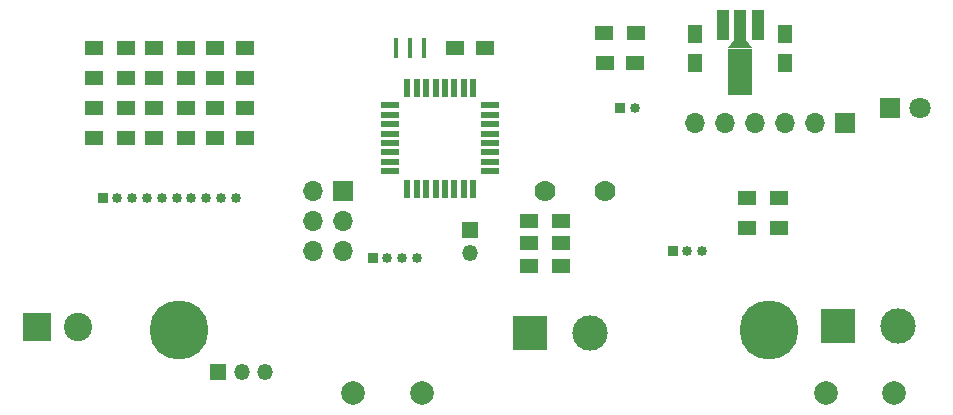
<source format=gts>
G04 #@! TF.FileFunction,Soldermask,Top*
%FSLAX46Y46*%
G04 Gerber Fmt 4.6, Leading zero omitted, Abs format (unit mm)*
G04 Created by KiCad (PCBNEW 4.0.7) date 08/24/19 10:44:38*
%MOMM*%
%LPD*%
G01*
G04 APERTURE LIST*
%ADD10C,0.100000*%
%ADD11R,0.850000X0.850000*%
%ADD12C,0.850000*%
%ADD13C,2.000000*%
%ADD14C,5.000000*%
%ADD15R,1.350000X1.350000*%
%ADD16O,1.350000X1.350000*%
%ADD17R,1.700000X1.700000*%
%ADD18O,1.700000X1.700000*%
%ADD19R,3.000000X3.000000*%
%ADD20C,3.000000*%
%ADD21R,2.400000X2.400000*%
%ADD22C,2.400000*%
%ADD23R,1.250000X1.500000*%
%ADD24R,1.500000X1.250000*%
%ADD25R,1.500000X1.300000*%
%ADD26R,0.400000X1.800000*%
%ADD27R,1.800000X1.800000*%
%ADD28C,1.800000*%
%ADD29C,1.778000*%
%ADD30R,1.000000X2.500000*%
%ADD31R,2.000000X4.000000*%
%ADD32R,0.550000X1.600000*%
%ADD33R,1.600000X0.550000*%
G04 APERTURE END LIST*
D10*
D11*
X139573000Y-103505000D03*
D12*
X140823000Y-103505000D03*
X142073000Y-103505000D03*
X143323000Y-103505000D03*
X144573000Y-103505000D03*
X145823000Y-103505000D03*
X147073000Y-103505000D03*
X148323000Y-103505000D03*
X149573000Y-103505000D03*
X150823000Y-103505000D03*
D13*
X166603000Y-120015000D03*
X160803000Y-120015000D03*
X200808000Y-120015000D03*
X206608000Y-120015000D03*
D11*
X183388000Y-95885000D03*
D12*
X184638000Y-95885000D03*
D14*
X145998000Y-114619000D03*
D15*
X149352000Y-118237000D03*
D16*
X151352000Y-118237000D03*
X153352000Y-118237000D03*
D17*
X159893000Y-102870000D03*
D18*
X157353000Y-102870000D03*
X159893000Y-105410000D03*
X157353000Y-105410000D03*
X159893000Y-107950000D03*
X157353000Y-107950000D03*
D19*
X175768000Y-114935000D03*
D20*
X180848000Y-114935000D03*
D14*
X195998000Y-114619000D03*
D21*
X133998000Y-114365000D03*
D22*
X137498000Y-114365000D03*
D15*
X170688000Y-106172000D03*
D16*
X170688000Y-108172000D03*
D19*
X201803000Y-114300000D03*
D20*
X206883000Y-114300000D03*
D23*
X197358000Y-89555000D03*
X197358000Y-92055000D03*
X189738000Y-89555000D03*
X189738000Y-92055000D03*
D24*
X169438000Y-90805000D03*
X171938000Y-90805000D03*
X149118000Y-90805000D03*
X151618000Y-90805000D03*
X149118000Y-93345000D03*
X151618000Y-93345000D03*
X149118000Y-98425000D03*
X151618000Y-98425000D03*
X184638000Y-92075000D03*
X182138000Y-92075000D03*
X149118000Y-95885000D03*
X151618000Y-95885000D03*
D25*
X143938000Y-90805000D03*
X146638000Y-90805000D03*
X138858000Y-90805000D03*
X141558000Y-90805000D03*
X143938000Y-93345000D03*
X146638000Y-93345000D03*
X138858000Y-93345000D03*
X141558000Y-93345000D03*
X175688000Y-105410000D03*
X178388000Y-105410000D03*
X143938000Y-98425000D03*
X146638000Y-98425000D03*
X138858000Y-98425000D03*
X141558000Y-98425000D03*
X175688000Y-107315000D03*
X178388000Y-107315000D03*
X182038000Y-89535000D03*
X184738000Y-89535000D03*
X138858000Y-95885000D03*
X141558000Y-95885000D03*
X143938000Y-95885000D03*
X146638000Y-95885000D03*
X196803000Y-103505000D03*
X194103000Y-103505000D03*
X196803000Y-106045000D03*
X194103000Y-106045000D03*
D26*
X164408000Y-90805000D03*
X165608000Y-90805000D03*
X166808000Y-90805000D03*
D27*
X206248000Y-95885000D03*
D28*
X208788000Y-95885000D03*
D29*
X182118000Y-102870000D03*
X177038000Y-102870000D03*
D25*
X175688000Y-109220000D03*
X178388000Y-109220000D03*
D11*
X162433000Y-108585000D03*
D12*
X163683000Y-108585000D03*
X164933000Y-108585000D03*
X166183000Y-108585000D03*
D17*
X202438000Y-97155000D03*
D18*
X199898000Y-97155000D03*
X197358000Y-97155000D03*
X194818000Y-97155000D03*
X192278000Y-97155000D03*
X189738000Y-97155000D03*
D11*
X187833000Y-107950000D03*
D12*
X189083000Y-107950000D03*
X190333000Y-107950000D03*
D30*
X195048000Y-88825000D03*
X193548000Y-88825000D03*
X192048000Y-88825000D03*
D31*
X193548000Y-92785000D03*
D10*
G36*
X192548000Y-90810000D02*
X193048000Y-90060000D01*
X194048000Y-90060000D01*
X194548000Y-90810000D01*
X192548000Y-90810000D01*
X192548000Y-90810000D01*
G37*
D32*
X170948000Y-94175000D03*
X170148000Y-94175000D03*
X169348000Y-94175000D03*
X168548000Y-94175000D03*
X167748000Y-94175000D03*
X166948000Y-94175000D03*
X166148000Y-94175000D03*
X165348000Y-94175000D03*
D33*
X163898000Y-95625000D03*
X163898000Y-96425000D03*
X163898000Y-97225000D03*
X163898000Y-98025000D03*
X163898000Y-98825000D03*
X163898000Y-99625000D03*
X163898000Y-100425000D03*
X163898000Y-101225000D03*
D32*
X165348000Y-102675000D03*
X166148000Y-102675000D03*
X166948000Y-102675000D03*
X167748000Y-102675000D03*
X168548000Y-102675000D03*
X169348000Y-102675000D03*
X170148000Y-102675000D03*
X170948000Y-102675000D03*
D33*
X172398000Y-101225000D03*
X172398000Y-100425000D03*
X172398000Y-99625000D03*
X172398000Y-98825000D03*
X172398000Y-98025000D03*
X172398000Y-97225000D03*
X172398000Y-96425000D03*
X172398000Y-95625000D03*
M02*

</source>
